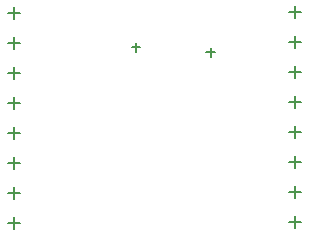
<source format=gbr>
%TF.GenerationSoftware,Altium Limited,Altium Designer,22.10.1 (41)*%
G04 Layer_Color=128*
%FSLAX45Y45*%
%MOMM*%
%TF.SameCoordinates,19E9B31E-7746-43A9-897C-89C24B045B63*%
%TF.FilePolarity,Positive*%
%TF.FileFunction,Drillmap*%
%TF.Part,Single*%
G01*
G75*
%TA.AperFunction,NonConductor*%
%ADD31C,0.12700*%
D31*
X2988207Y2025650D02*
X3090207D01*
X3039207Y1974650D02*
Y2076650D01*
X2988207Y1771650D02*
X3090207D01*
X3039207Y1720650D02*
Y1822650D01*
X2988207Y1517650D02*
X3090207D01*
X3039207Y1466650D02*
Y1568650D01*
X2988207Y1263650D02*
X3090207D01*
X3039207Y1212650D02*
Y1314650D01*
X2988207Y1009650D02*
X3090207D01*
X3039207Y958650D02*
Y1060650D01*
X2988207Y755650D02*
X3090207D01*
X3039207Y704650D02*
Y806650D01*
X2988207Y501650D02*
X3090207D01*
X3039207Y450650D02*
Y552650D01*
X2988207Y247650D02*
X3090207D01*
X3039207Y196650D02*
Y298650D01*
X613307Y2019275D02*
X715307D01*
X664307Y1968275D02*
Y2070274D01*
X613307Y1765275D02*
X715307D01*
X664307Y1714275D02*
Y1816274D01*
X613307Y1511275D02*
X715307D01*
X664307Y1460275D02*
Y1562274D01*
X613307Y1257275D02*
X715307D01*
X664307Y1206275D02*
Y1308274D01*
X613307Y1003275D02*
X715307D01*
X664307Y952275D02*
Y1054274D01*
X613307Y749275D02*
X715307D01*
X664307Y698275D02*
Y800274D01*
X613307Y495275D02*
X715307D01*
X664307Y444275D02*
Y546274D01*
X613307Y241275D02*
X715307D01*
X664307Y190275D02*
Y292274D01*
X1659054Y1725485D02*
X1730174D01*
X1694614Y1689925D02*
Y1761045D01*
X2292447Y1682750D02*
X2363567D01*
X2328007Y1647190D02*
Y1718310D01*
%TF.MD5,e475805d1c4da7c4d49a9fc86be6f2e8*%
M02*

</source>
